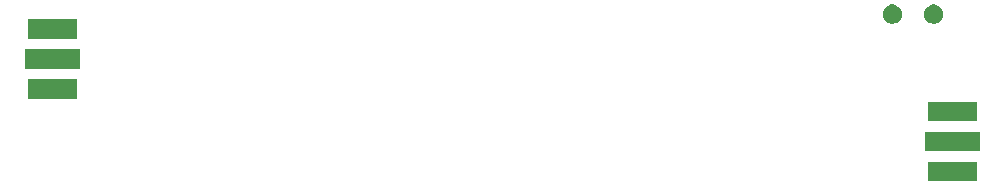
<source format=gbr>
G04 #@! TF.GenerationSoftware,KiCad,Pcbnew,5.1.2-f72e74a~84~ubuntu18.04.1*
G04 #@! TF.CreationDate,2019-12-04T16:39:43+01:00*
G04 #@! TF.ProjectId,FR4_proto3,4652345f-7072-46f7-946f-332e6b696361,rev?*
G04 #@! TF.SameCoordinates,Original*
G04 #@! TF.FileFunction,Soldermask,Top*
G04 #@! TF.FilePolarity,Negative*
%FSLAX46Y46*%
G04 Gerber Fmt 4.6, Leading zero omitted, Abs format (unit mm)*
G04 Created by KiCad (PCBNEW 5.1.2-f72e74a~84~ubuntu18.04.1) date 2019-12-04 16:39:43*
%MOMM*%
%LPD*%
G04 APERTURE LIST*
%ADD10C,0.100000*%
G04 APERTURE END LIST*
D10*
G36*
X173531000Y-113191000D02*
G01*
X169369000Y-113191000D01*
X169369000Y-111569000D01*
X173531000Y-111569000D01*
X173531000Y-113191000D01*
X173531000Y-113191000D01*
G37*
G36*
X173801000Y-110651000D02*
G01*
X169099000Y-110651000D01*
X169099000Y-109029000D01*
X173801000Y-109029000D01*
X173801000Y-110651000D01*
X173801000Y-110651000D01*
G37*
G36*
X173531000Y-108111000D02*
G01*
X169369000Y-108111000D01*
X169369000Y-106489000D01*
X173531000Y-106489000D01*
X173531000Y-108111000D01*
X173531000Y-108111000D01*
G37*
G36*
X97331000Y-106221000D02*
G01*
X93169000Y-106221000D01*
X93169000Y-104599000D01*
X97331000Y-104599000D01*
X97331000Y-106221000D01*
X97331000Y-106221000D01*
G37*
G36*
X97601000Y-103681000D02*
G01*
X92899000Y-103681000D01*
X92899000Y-102059000D01*
X97601000Y-102059000D01*
X97601000Y-103681000D01*
X97601000Y-103681000D01*
G37*
G36*
X97331000Y-101141000D02*
G01*
X93169000Y-101141000D01*
X93169000Y-99519000D01*
X97331000Y-99519000D01*
X97331000Y-101141000D01*
X97331000Y-101141000D01*
G37*
G36*
X170107142Y-98278242D02*
G01*
X170255101Y-98339529D01*
X170388255Y-98428499D01*
X170501501Y-98541745D01*
X170590471Y-98674899D01*
X170651758Y-98822858D01*
X170683000Y-98979925D01*
X170683000Y-99140075D01*
X170651758Y-99297142D01*
X170590471Y-99445101D01*
X170501501Y-99578255D01*
X170388255Y-99691501D01*
X170255101Y-99780471D01*
X170107142Y-99841758D01*
X169950075Y-99873000D01*
X169789925Y-99873000D01*
X169632858Y-99841758D01*
X169484899Y-99780471D01*
X169351745Y-99691501D01*
X169238499Y-99578255D01*
X169149529Y-99445101D01*
X169088242Y-99297142D01*
X169057000Y-99140075D01*
X169057000Y-98979925D01*
X169088242Y-98822858D01*
X169149529Y-98674899D01*
X169238499Y-98541745D01*
X169351745Y-98428499D01*
X169484899Y-98339529D01*
X169632858Y-98278242D01*
X169789925Y-98247000D01*
X169950075Y-98247000D01*
X170107142Y-98278242D01*
X170107142Y-98278242D01*
G37*
G36*
X166607142Y-98278242D02*
G01*
X166755101Y-98339529D01*
X166888255Y-98428499D01*
X167001501Y-98541745D01*
X167090471Y-98674899D01*
X167151758Y-98822858D01*
X167183000Y-98979925D01*
X167183000Y-99140075D01*
X167151758Y-99297142D01*
X167090471Y-99445101D01*
X167001501Y-99578255D01*
X166888255Y-99691501D01*
X166755101Y-99780471D01*
X166607142Y-99841758D01*
X166450075Y-99873000D01*
X166289925Y-99873000D01*
X166132858Y-99841758D01*
X165984899Y-99780471D01*
X165851745Y-99691501D01*
X165738499Y-99578255D01*
X165649529Y-99445101D01*
X165588242Y-99297142D01*
X165557000Y-99140075D01*
X165557000Y-98979925D01*
X165588242Y-98822858D01*
X165649529Y-98674899D01*
X165738499Y-98541745D01*
X165851745Y-98428499D01*
X165984899Y-98339529D01*
X166132858Y-98278242D01*
X166289925Y-98247000D01*
X166450075Y-98247000D01*
X166607142Y-98278242D01*
X166607142Y-98278242D01*
G37*
M02*

</source>
